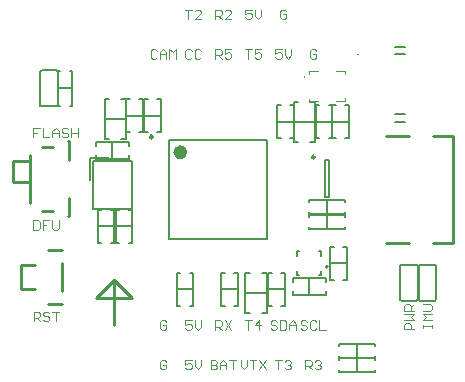
<source format=gto>
%TF.GenerationSoftware,Altium Limited,Altium Designer,25.6.2 (33)*%
G04 Layer_Color=65535*
%FSLAX45Y45*%
%MOMM*%
%TF.SameCoordinates,DF3DBB3C-48A9-464C-9951-F34C30E37C37*%
%TF.FilePolarity,Positive*%
%TF.FileFunction,Legend,Top*%
%TF.Part,Single*%
G01*
G75*
%TA.AperFunction,NonConductor*%
%ADD70C,0.10000*%
%ADD71C,0.25000*%
%ADD72C,0.60000*%
%ADD73C,0.20000*%
%ADD74C,0.25400*%
%ADD75C,0.15000*%
%ADD76C,0.15240*%
%ADD77C,0.12700*%
%ADD78C,0.12000*%
D70*
X3987296Y3820000D02*
G03*
X3987296Y3830000I0J5000D01*
G01*
D02*
G03*
X3987296Y3820000I0J-5000D01*
G01*
X4442790Y4020028D02*
G03*
X4432790Y4020028I-5000J0D01*
G01*
D02*
G03*
X4442790Y4020028I5000J0D01*
G01*
X4327298Y3625002D02*
Y3650000D01*
X4257296Y3625002D02*
X4327298D01*
X4027294D02*
X4097296D01*
X4027294D02*
Y3639998D01*
X4327298Y3850000D02*
Y3874999D01*
X4257296D02*
X4327298D01*
X4027294D02*
X4097296D01*
X4027294Y3850000D02*
Y3874999D01*
D71*
X4074796Y3149765D02*
G03*
X4074796Y3149765I-12500J0D01*
G01*
X2702500Y3319997D02*
G03*
X2702500Y3319997I-12500J0D01*
G01*
D72*
X2965000Y3189997D02*
G03*
X2965000Y3189997I-30000J0D01*
G01*
D73*
X4186500Y2219999D02*
G03*
X4186500Y2219999I-10000J0D01*
G01*
X4932299Y1930301D02*
X4947300Y1945302D01*
Y2237743D01*
X4797298Y1942803D02*
Y2237743D01*
X4850338D02*
X4947300D01*
X4797298D02*
X4850338D01*
X4809800Y1930301D02*
X4932299D01*
X4797298Y1942803D02*
X4809800Y1930301D01*
X1747298Y3871105D02*
X1762299Y3886106D01*
X1747298Y3578665D02*
Y3871105D01*
X1897300Y3578665D02*
Y3873604D01*
X1747298Y3578665D02*
X1844260D01*
X1897300D01*
X1762299Y3886106D02*
X1884798D01*
X1897300Y3873604D01*
X4162295Y3124765D02*
X4192297D01*
X4162295Y2814763D02*
X4192297D01*
X4162295D02*
Y3124765D01*
X4192297Y2814763D02*
Y3124765D01*
X4755791Y3448528D02*
X4835790D01*
X4755791Y4083528D02*
X4835790D01*
X4755791Y3512028D02*
X4835790D01*
X4755791Y4020028D02*
X4835790D01*
X2835004Y2460000D02*
X3665005D01*
X2835004Y3290001D02*
X3665005D01*
Y2460000D02*
Y3290001D01*
X2835004Y2460000D02*
Y3290001D01*
X5087701Y1930298D02*
X5102702Y1945300D01*
Y2237740D01*
X4952700Y1942800D02*
Y2237740D01*
X5005740D02*
X5102702D01*
X4952700D02*
X5005740D01*
X4965202Y1930298D02*
X5087701D01*
X4952700Y1942800D02*
X4965202Y1930298D01*
D74*
X2217600Y1960000D02*
X2370000Y2112400D01*
Y1731400D02*
Y2112400D01*
X2217600Y1960000D02*
X2522400D01*
X2370000Y2112400D02*
X2522400Y1960000D01*
X1988121Y2647266D02*
X1992810D01*
Y2806651D01*
X1767176Y3237110D02*
X1860953D01*
X1988151Y3282266D02*
X1992723D01*
Y3123008D02*
Y3282266D01*
X1766236Y2695246D02*
X1860008D01*
X1665002Y2939767D02*
Y3128550D01*
Y3166655D01*
X1515000Y3114763D02*
X1659993D01*
X1515000Y2939757D02*
Y3114763D01*
Y2939757D02*
X1665002D01*
Y2762881D02*
Y2939767D01*
X5244600Y2424998D02*
Y3325002D01*
X5075456Y2424998D02*
X5244600D01*
X4672455D02*
X4873745D01*
X5075456Y3325002D02*
X5244600D01*
X4672455D02*
X4873745D01*
X1818117Y1904390D02*
X1934987D01*
X1818117Y2359588D02*
X1934987D01*
Y2015187D02*
Y2043181D01*
Y2220981D02*
Y2248959D01*
X1584993Y2232080D02*
X1704990D01*
X1584993Y2032081D02*
X1704990D01*
X1584993D02*
Y2232080D01*
X1934987Y2043181D02*
Y2220981D01*
D75*
X4580000Y1329800D02*
Y1349000D01*
X4280000Y1329800D02*
X4580000D01*
X4280000D02*
Y1349000D01*
Y1430600D02*
Y1449800D01*
X4580000Y1430600D02*
Y1449800D01*
X4280000D02*
X4580000D01*
X4430000Y1329800D02*
Y1449800D01*
X4580000Y1450200D02*
Y1469400D01*
X4280000Y1450200D02*
X4580000D01*
X4280000D02*
Y1469400D01*
Y1551000D02*
Y1570200D01*
X4580000Y1551000D02*
Y1570200D01*
X4280000D02*
X4580000D01*
X4430000Y1450200D02*
Y1570200D01*
X4219998Y3590000D02*
X4250000D01*
X4219998Y3310000D02*
Y3590000D01*
Y3310000D02*
X4250000D01*
X4330000D02*
X4360002D01*
Y3590000D01*
X4330000D02*
X4360002D01*
X4219998Y3450000D02*
X4360002D01*
X4079998Y3590000D02*
X4110000D01*
X4079998Y3310000D02*
Y3590000D01*
Y3310000D02*
X4110000D01*
X4190000D02*
X4220002D01*
Y3590000D01*
X4190000D02*
X4220002D01*
X4079998Y3450000D02*
X4220002D01*
X2294997Y3469999D02*
X2475002D01*
X2435002Y3299996D02*
X2475002D01*
Y3640001D01*
X2435002D02*
X2475002D01*
X2294997D02*
X2335002D01*
X2294997Y3299996D02*
Y3640001D01*
Y3299996D02*
X2335002D01*
X2629998Y3640000D02*
X2660000D01*
X2629998Y3360000D02*
Y3640000D01*
Y3360000D02*
X2660000D01*
X2740000D02*
X2770002D01*
Y3640000D01*
X2740000D02*
X2770002D01*
X2629998Y3500000D02*
X2770002D01*
X2477496Y3640000D02*
X2507499D01*
X2477496Y3360000D02*
Y3640000D01*
Y3360000D02*
X2507499D01*
X2587499D02*
X2617501D01*
Y3640000D01*
X2587499D02*
X2617501D01*
X2477496Y3500000D02*
X2617501D01*
X2387804Y2565000D02*
X2527809D01*
X2387804Y2425000D02*
X2417806D01*
X2387804D02*
Y2704999D01*
X2417806D01*
X2497806D02*
X2527809D01*
Y2425000D02*
Y2704999D01*
X2497806Y2425000D02*
X2527809D01*
X3754998Y3450000D02*
X3895002D01*
X3865000Y3590000D02*
X3895002D01*
Y3310000D02*
Y3590000D01*
X3865000Y3310000D02*
X3895002D01*
X3754998D02*
X3785000D01*
X3754998D02*
Y3590000D01*
X3785000D01*
X3015000Y1890003D02*
X3045002D01*
Y2170002D01*
X3015000D02*
X3045002D01*
X2904997D02*
X2935000D01*
X2904997Y1890003D02*
Y2170002D01*
Y1890003D02*
X2935000D01*
X2904997Y2030003D02*
X3045002D01*
X2500001Y3243951D02*
Y3273953D01*
X2220002D02*
X2500001D01*
X2220002Y3243951D02*
Y3273953D01*
Y3133948D02*
Y3163951D01*
Y3133948D02*
X2500001D01*
Y3163951D01*
X2360001Y3133948D02*
Y3273953D01*
X2346027Y2425000D02*
X2376030D01*
Y2704999D01*
X2346027D02*
X2376030D01*
X2236025D02*
X2266027D01*
X2236025Y2425000D02*
Y2704999D01*
Y2425000D02*
X2266027D01*
X2236025Y2565000D02*
X2376030D01*
X3484998Y2000000D02*
X3665002D01*
X3484998Y2170002D02*
X3524998D01*
X3484998Y1829998D02*
Y2170002D01*
Y1829998D02*
X3524998D01*
X3624997D02*
X3665002D01*
Y2170002D01*
X3624997D02*
X3665002D01*
X3894998Y3279998D02*
X3934997D01*
X3894998D02*
Y3620002D01*
X3934997D01*
X4034997D02*
X4075002D01*
Y3279998D02*
Y3620002D01*
X4034997Y3279998D02*
X4075002D01*
X3894998Y3450000D02*
X4075002D01*
X4026500Y1982499D02*
Y2122504D01*
X4166500Y1982499D02*
Y2012502D01*
X3886500Y1982499D02*
X4166500D01*
X3886500D02*
Y2012502D01*
Y2092502D02*
Y2122504D01*
X4166500D01*
Y2092502D02*
Y2122504D01*
X4204998Y2249999D02*
X4345002D01*
X4204998Y2109999D02*
X4235000D01*
X4204998D02*
Y2389998D01*
X4235000D01*
X4315000D02*
X4345002D01*
Y2109999D02*
Y2389998D01*
X4315000Y2109999D02*
X4345002D01*
X1900200Y3732385D02*
X2020200D01*
Y3582383D02*
Y3882388D01*
X2001003Y3582383D02*
X2020200D01*
X2001003Y3882388D02*
X2020200D01*
X1900200D02*
X1919403D01*
X1900200Y3582383D02*
Y3882388D01*
Y3582383D02*
X1919403D01*
X3790000Y1890003D02*
X3820003D01*
Y2170002D01*
X3790000D02*
X3820003D01*
X3679998D02*
X3710000D01*
X3679998Y1890003D02*
Y2170002D01*
Y1890003D02*
X3710000D01*
X3679998Y2030003D02*
X3820003D01*
X3280000Y2030002D02*
X3420000D01*
X3280000Y1890002D02*
X3310000D01*
X3280000D02*
Y2170002D01*
X3310000D01*
X3390000D02*
X3420000D01*
Y1890002D02*
Y2170002D01*
X3390000Y1890002D02*
X3420000D01*
X4177296Y2539990D02*
Y2659990D01*
X4027296D02*
X4327296D01*
Y2640790D02*
Y2659990D01*
X4027296Y2640790D02*
Y2659990D01*
Y2539990D02*
Y2559190D01*
Y2539990D02*
X4327296D01*
Y2559190D01*
X4177296Y2664990D02*
Y2784990D01*
X4027296Y2664990D02*
X4327296D01*
X4027296D02*
Y2684190D01*
X4327296Y2664990D02*
Y2684190D01*
Y2765790D02*
Y2784990D01*
X4027296D02*
X4327296D01*
X4027296Y2765790D02*
Y2784990D01*
D76*
X2192155Y3117852D02*
X2527877D01*
Y2712133D02*
Y3117852D01*
X2192155Y2712133D02*
X2527877D01*
X2192155D02*
Y3117852D01*
X2169295Y3140712D02*
X2335015D01*
X2169295Y2954993D02*
Y3140712D01*
D77*
X4111499Y2353001D02*
X4129502D01*
Y2313001D02*
Y2353001D01*
Y2146996D02*
Y2187001D01*
X4111499Y2146996D02*
X4129502D01*
X3923498D02*
X3941501D01*
X3923498D02*
Y2187001D01*
Y2353001D02*
X3941501D01*
X3923498Y2313001D02*
Y2353001D01*
D78*
X4911036Y1690036D02*
X4831062D01*
Y1730024D01*
X4844391Y1743353D01*
X4871049D01*
X4884378Y1730024D01*
Y1690036D01*
X4831062Y1770011D02*
X4911036D01*
X4884378Y1796669D01*
X4911036Y1823327D01*
X4831062D01*
X4911036Y1849985D02*
X4831062D01*
Y1889972D01*
X4844391Y1903301D01*
X4871049D01*
X4884378Y1889972D01*
Y1849985D01*
Y1876643D02*
X4911036Y1903301D01*
X1692000Y1760126D02*
Y1840100D01*
X1731988D01*
X1745317Y1826771D01*
Y1800113D01*
X1731988Y1786784D01*
X1692000D01*
X1718658D02*
X1745317Y1760126D01*
X1825291Y1826771D02*
X1811962Y1840100D01*
X1785304D01*
X1771975Y1826771D01*
Y1813442D01*
X1785304Y1800113D01*
X1811962D01*
X1825291Y1786784D01*
Y1773455D01*
X1811962Y1760126D01*
X1785304D01*
X1771975Y1773455D01*
X1851949Y1840100D02*
X1905265D01*
X1878607D01*
Y1760126D01*
X1691992Y2612760D02*
Y2532786D01*
X1731979D01*
X1745308Y2546115D01*
Y2599431D01*
X1731979Y2612760D01*
X1691992D01*
X1825282D02*
X1771966D01*
Y2572773D01*
X1798624D01*
X1771966D01*
Y2532786D01*
X1851940Y2612760D02*
Y2546115D01*
X1865270Y2532786D01*
X1891928D01*
X1905257Y2546115D01*
Y2612760D01*
X1745308Y3396746D02*
X1691992D01*
Y3356759D01*
X1718650D01*
X1691992D01*
Y3316771D01*
X1771966Y3396746D02*
Y3316771D01*
X1825282D01*
X1851940D02*
Y3370087D01*
X1878598Y3396746D01*
X1905257Y3370087D01*
Y3316771D01*
Y3356759D01*
X1851940D01*
X1985231Y3383417D02*
X1971902Y3396746D01*
X1945244D01*
X1931915Y3383417D01*
Y3370087D01*
X1945244Y3356759D01*
X1971902D01*
X1985231Y3343429D01*
Y3330101D01*
X1971902Y3316771D01*
X1945244D01*
X1931915Y3330101D01*
X2011889Y3396746D02*
Y3316771D01*
Y3356759D01*
X2065205D01*
Y3396746D01*
Y3316771D01*
X4986464Y1703363D02*
Y1730021D01*
Y1716692D01*
X5066438D01*
Y1703363D01*
Y1730021D01*
Y1770008D02*
X4986464D01*
X5013122Y1796666D01*
X4986464Y1823324D01*
X5066438D01*
X4986464Y1849982D02*
X5053109D01*
X5066438Y1863311D01*
Y1889970D01*
X5053109Y1903298D01*
X4986464D01*
X2816658Y1753645D02*
X2803329Y1766974D01*
X2776671D01*
X2763342Y1753645D01*
Y1700329D01*
X2776671Y1687000D01*
X2803329D01*
X2816658Y1700329D01*
Y1726987D01*
X2790000D01*
X2977355Y4397973D02*
X3030671D01*
X3004013D01*
Y4317999D01*
X3110645D02*
X3057329D01*
X3110645Y4371315D01*
Y4384644D01*
X3097316Y4397973D01*
X3070658D01*
X3057329Y4384644D01*
X3231355Y4317999D02*
Y4397973D01*
X3271342D01*
X3284671Y4384644D01*
Y4357986D01*
X3271342Y4344657D01*
X3231355D01*
X3258013D02*
X3284671Y4317999D01*
X3364645D02*
X3311329D01*
X3364645Y4371315D01*
Y4384644D01*
X3351316Y4397973D01*
X3324658D01*
X3311329Y4384644D01*
X3832658D02*
X3819329Y4397973D01*
X3792671D01*
X3779342Y4384644D01*
Y4331328D01*
X3792671Y4317999D01*
X3819329D01*
X3832658Y4331328D01*
Y4357986D01*
X3806000D01*
X2736684Y4049671D02*
X2723355Y4063000D01*
X2696697D01*
X2683368Y4049671D01*
Y3996355D01*
X2696697Y3983026D01*
X2723355D01*
X2736684Y3996355D01*
X2763342Y3983026D02*
Y4036342D01*
X2790000Y4063000D01*
X2816658Y4036342D01*
Y3983026D01*
Y4023013D01*
X2763342D01*
X2843316Y3983026D02*
Y4063000D01*
X2869974Y4036342D01*
X2896632Y4063000D01*
Y3983026D01*
X3538671Y4397973D02*
X3485355D01*
Y4357986D01*
X3512013Y4371315D01*
X3525342D01*
X3538671Y4357986D01*
Y4331328D01*
X3525342Y4317999D01*
X3498684D01*
X3485355Y4331328D01*
X3565329Y4397973D02*
Y4344657D01*
X3591987Y4317999D01*
X3618645Y4344657D01*
Y4397973D01*
X4086658Y4049671D02*
X4073329Y4063000D01*
X4046671D01*
X4033342Y4049671D01*
Y3996355D01*
X4046671Y3983026D01*
X4073329D01*
X4086658Y3996355D01*
Y4023013D01*
X4060000D01*
X3030671Y4049671D02*
X3017342Y4063000D01*
X2990684D01*
X2977355Y4049671D01*
Y3996355D01*
X2990684Y3983026D01*
X3017342D01*
X3030671Y3996355D01*
X3110645Y4049671D02*
X3097316Y4063000D01*
X3070658D01*
X3057329Y4049671D01*
Y3996355D01*
X3070658Y3983026D01*
X3097316D01*
X3110645Y3996355D01*
X3485355Y4063000D02*
X3538671D01*
X3512013D01*
Y3983026D01*
X3618645Y4063000D02*
X3565329D01*
Y4023013D01*
X3591987Y4036342D01*
X3605316D01*
X3618645Y4023013D01*
Y3996355D01*
X3605316Y3983026D01*
X3578658D01*
X3565329Y3996355D01*
X3792671Y4063000D02*
X3739355D01*
Y4023013D01*
X3766013Y4036342D01*
X3779342D01*
X3792671Y4023013D01*
Y3996355D01*
X3779342Y3983026D01*
X3752684D01*
X3739355Y3996355D01*
X3819329Y4063000D02*
Y4009684D01*
X3845987Y3983026D01*
X3872645Y4009684D01*
Y4063000D01*
X3231355Y3983026D02*
Y4063000D01*
X3271342D01*
X3284671Y4049671D01*
Y4023013D01*
X3271342Y4009684D01*
X3231355D01*
X3258013D02*
X3284671Y3983026D01*
X3364645Y4063000D02*
X3311329D01*
Y4023013D01*
X3337987Y4036342D01*
X3351316D01*
X3364645Y4023013D01*
Y3996355D01*
X3351316Y3983026D01*
X3324658D01*
X3311329Y3996355D01*
X2816658Y1418623D02*
X2803329Y1431952D01*
X2776671D01*
X2763342Y1418623D01*
Y1365307D01*
X2776671Y1351978D01*
X2803329D01*
X2816658Y1365307D01*
Y1391965D01*
X2790000D01*
X3993355Y1351978D02*
Y1431952D01*
X4033342D01*
X4046671Y1418623D01*
Y1391965D01*
X4033342Y1378636D01*
X3993355D01*
X4020013D02*
X4046671Y1351978D01*
X4073329Y1418623D02*
X4086658Y1431952D01*
X4113316D01*
X4126645Y1418623D01*
Y1405294D01*
X4113316Y1391965D01*
X4099987D01*
X4113316D01*
X4126645Y1378636D01*
Y1365307D01*
X4113316Y1351978D01*
X4086658D01*
X4073329Y1365307D01*
X3191368Y1431952D02*
Y1351978D01*
X3231355D01*
X3244684Y1365307D01*
Y1378636D01*
X3231355Y1391965D01*
X3191368D01*
X3231355D01*
X3244684Y1405294D01*
Y1418623D01*
X3231355Y1431952D01*
X3191368D01*
X3271342Y1351978D02*
Y1405294D01*
X3298000Y1431952D01*
X3324658Y1405294D01*
Y1351978D01*
Y1391965D01*
X3271342D01*
X3351316Y1431952D02*
X3404632D01*
X3377974D01*
Y1351978D01*
X3030671Y1431952D02*
X2977355D01*
Y1391965D01*
X3004013Y1405294D01*
X3017342D01*
X3030671Y1391965D01*
Y1365307D01*
X3017342Y1351978D01*
X2990684D01*
X2977355Y1365307D01*
X3057329Y1431952D02*
Y1378636D01*
X3083987Y1351978D01*
X3110645Y1378636D01*
Y1431952D01*
X3485355Y1766974D02*
X3538671D01*
X3512013D01*
Y1687000D01*
X3605316D02*
Y1766974D01*
X3565329Y1726987D01*
X3618645D01*
X4006684Y1753645D02*
X3993355Y1766974D01*
X3966697D01*
X3953368Y1753645D01*
Y1740316D01*
X3966697Y1726987D01*
X3993355D01*
X4006684Y1713658D01*
Y1700329D01*
X3993355Y1687000D01*
X3966697D01*
X3953368Y1700329D01*
X4086658Y1753645D02*
X4073329Y1766974D01*
X4046671D01*
X4033342Y1753645D01*
Y1700329D01*
X4046671Y1687000D01*
X4073329D01*
X4086658Y1700329D01*
X4113316Y1766974D02*
Y1687000D01*
X4166632D01*
X3030671Y1766974D02*
X2977355D01*
Y1726987D01*
X3004013Y1740316D01*
X3017342D01*
X3030671Y1726987D01*
Y1700329D01*
X3017342Y1687000D01*
X2990684D01*
X2977355Y1700329D01*
X3057329Y1766974D02*
Y1713658D01*
X3083987Y1687000D01*
X3110645Y1713658D01*
Y1766974D01*
X3231355Y1687000D02*
Y1766974D01*
X3271342D01*
X3284671Y1753645D01*
Y1726987D01*
X3271342Y1713658D01*
X3231355D01*
X3258013D02*
X3284671Y1687000D01*
X3311329Y1766974D02*
X3364645Y1687000D01*
Y1766974D02*
X3311329Y1687000D01*
X3739355Y1431952D02*
X3792671D01*
X3766013D01*
Y1351978D01*
X3819329Y1418623D02*
X3832658Y1431952D01*
X3859316D01*
X3872645Y1418623D01*
Y1405294D01*
X3859316Y1391965D01*
X3845987D01*
X3859316D01*
X3872645Y1378636D01*
Y1365307D01*
X3859316Y1351978D01*
X3832658D01*
X3819329Y1365307D01*
X3752684Y1753645D02*
X3739355Y1766974D01*
X3712697D01*
X3699368Y1753645D01*
Y1740316D01*
X3712697Y1726987D01*
X3739355D01*
X3752684Y1713658D01*
Y1700329D01*
X3739355Y1687000D01*
X3712697D01*
X3699368Y1700329D01*
X3779342Y1766974D02*
Y1687000D01*
X3819329D01*
X3832658Y1700329D01*
Y1753645D01*
X3819329Y1766974D01*
X3779342D01*
X3859316Y1687000D02*
Y1740316D01*
X3885974Y1766974D01*
X3912632Y1740316D01*
Y1687000D01*
Y1726987D01*
X3859316D01*
X3445368Y1431952D02*
Y1378636D01*
X3472026Y1351978D01*
X3498684Y1378636D01*
Y1431952D01*
X3525342D02*
X3578658D01*
X3552000D01*
Y1351978D01*
X3605316Y1431952D02*
X3658632Y1351978D01*
Y1431952D02*
X3605316Y1351978D01*
%TF.MD5,5ad4f2823590300f020a47468743a033*%
M02*

</source>
